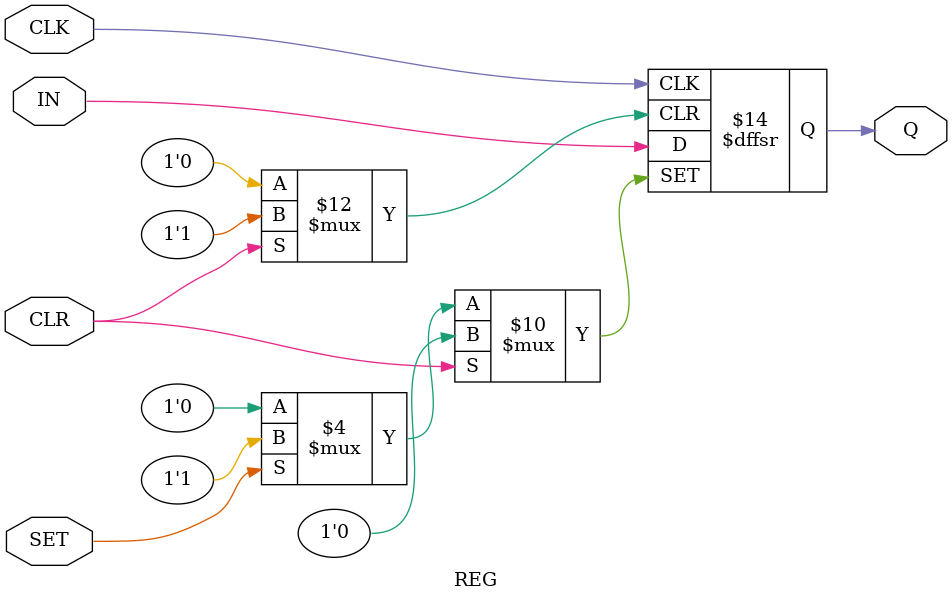
<source format=v>
module REG(IN, CLR, SET, CLK, Q);
input IN, CLR, SET, CLK;
output Q;
reg Q;

always @ (posedge CLK or posedge CLR or posedge SET)
    if (CLR)
		Q = 1'b0 ;
	else if (SET)
		Q = 1'b1;
    else
		Q = IN;
endmodule

</source>
